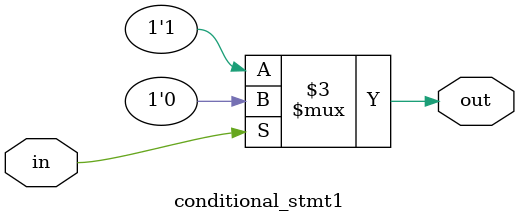
<source format=v>

module conditional_stmt1(in, out);
	
    input in;
	output reg out;

  always begin
    if(in) 
        out = 1'b0;
    else
        out = 1'b1;
  end

endmodule
</source>
